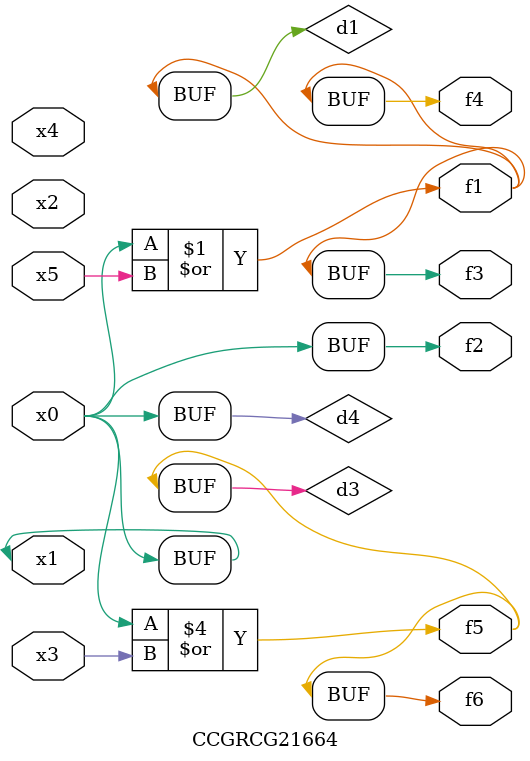
<source format=v>
module CCGRCG21664(
	input x0, x1, x2, x3, x4, x5,
	output f1, f2, f3, f4, f5, f6
);

	wire d1, d2, d3, d4;

	or (d1, x0, x5);
	xnor (d2, x1, x4);
	or (d3, x0, x3);
	buf (d4, x0, x1);
	assign f1 = d1;
	assign f2 = d4;
	assign f3 = d1;
	assign f4 = d1;
	assign f5 = d3;
	assign f6 = d3;
endmodule

</source>
